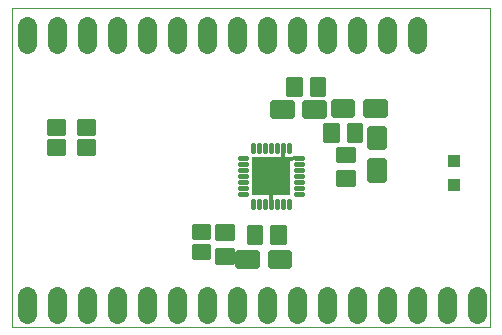
<source format=gts>
G75*
%MOIN*%
%OFA0B0*%
%FSLAX25Y25*%
%IPPOS*%
%LPD*%
%AMOC8*
5,1,8,0,0,1.08239X$1,22.5*
%
%ADD10C,0.00000*%
%ADD11C,0.01655*%
%ADD12C,0.01600*%
%ADD13R,0.13000X0.13000*%
%ADD14R,0.01300X0.03500*%
%ADD15R,0.01400X0.03700*%
%ADD16R,0.03500X0.01300*%
%ADD17C,0.01892*%
%ADD18R,0.04337X0.04337*%
%ADD19C,0.06400*%
D10*
X0001600Y0001600D02*
X0161049Y0001600D01*
X0161049Y0107899D01*
X0001600Y0107899D01*
X0001600Y0001600D01*
D11*
X0066926Y0024822D02*
X0066926Y0028686D01*
X0066926Y0024822D02*
X0062274Y0024822D01*
X0062274Y0028686D01*
X0066926Y0028686D01*
X0066926Y0026476D02*
X0062274Y0026476D01*
X0062274Y0028130D02*
X0066926Y0028130D01*
X0069978Y0027295D02*
X0069978Y0023431D01*
X0069978Y0027295D02*
X0075022Y0027295D01*
X0075022Y0023431D01*
X0069978Y0023431D01*
X0069978Y0025085D02*
X0075022Y0025085D01*
X0075022Y0026739D02*
X0069978Y0026739D01*
X0069978Y0031305D02*
X0069978Y0035169D01*
X0075022Y0035169D01*
X0075022Y0031305D01*
X0069978Y0031305D01*
X0069978Y0032959D02*
X0075022Y0032959D01*
X0075022Y0034613D02*
X0069978Y0034613D01*
X0066926Y0035378D02*
X0066926Y0031514D01*
X0062274Y0031514D01*
X0062274Y0035378D01*
X0066926Y0035378D01*
X0066926Y0033168D02*
X0062274Y0033168D01*
X0062274Y0034822D02*
X0066926Y0034822D01*
X0080531Y0029778D02*
X0084395Y0029778D01*
X0080531Y0029778D02*
X0080531Y0034822D01*
X0084395Y0034822D01*
X0084395Y0029778D01*
X0084395Y0031432D02*
X0080531Y0031432D01*
X0080531Y0033086D02*
X0084395Y0033086D01*
X0084395Y0034740D02*
X0080531Y0034740D01*
X0088405Y0029778D02*
X0092269Y0029778D01*
X0088405Y0029778D02*
X0088405Y0034822D01*
X0092269Y0034822D01*
X0092269Y0029778D01*
X0092269Y0031432D02*
X0088405Y0031432D01*
X0088405Y0033086D02*
X0092269Y0033086D01*
X0092269Y0034740D02*
X0088405Y0034740D01*
X0115422Y0049331D02*
X0115422Y0053195D01*
X0115422Y0049331D02*
X0110378Y0049331D01*
X0110378Y0053195D01*
X0115422Y0053195D01*
X0115422Y0050985D02*
X0110378Y0050985D01*
X0110378Y0052639D02*
X0115422Y0052639D01*
X0115422Y0057205D02*
X0115422Y0061069D01*
X0115422Y0057205D02*
X0110378Y0057205D01*
X0110378Y0061069D01*
X0115422Y0061069D01*
X0115422Y0058859D02*
X0110378Y0058859D01*
X0110378Y0060513D02*
X0115422Y0060513D01*
X0113905Y0063778D02*
X0117769Y0063778D01*
X0113905Y0063778D02*
X0113905Y0068822D01*
X0117769Y0068822D01*
X0117769Y0063778D01*
X0117769Y0065432D02*
X0113905Y0065432D01*
X0113905Y0067086D02*
X0117769Y0067086D01*
X0117769Y0068740D02*
X0113905Y0068740D01*
X0109895Y0063778D02*
X0106031Y0063778D01*
X0106031Y0068822D01*
X0109895Y0068822D01*
X0109895Y0063778D01*
X0109895Y0065432D02*
X0106031Y0065432D01*
X0106031Y0067086D02*
X0109895Y0067086D01*
X0109895Y0068740D02*
X0106031Y0068740D01*
X0105369Y0079378D02*
X0101505Y0079378D01*
X0101505Y0084422D01*
X0105369Y0084422D01*
X0105369Y0079378D01*
X0105369Y0081032D02*
X0101505Y0081032D01*
X0101505Y0082686D02*
X0105369Y0082686D01*
X0105369Y0084340D02*
X0101505Y0084340D01*
X0097495Y0079378D02*
X0093631Y0079378D01*
X0093631Y0084422D01*
X0097495Y0084422D01*
X0097495Y0079378D01*
X0097495Y0081032D02*
X0093631Y0081032D01*
X0093631Y0082686D02*
X0097495Y0082686D01*
X0097495Y0084340D02*
X0093631Y0084340D01*
X0028726Y0070178D02*
X0028726Y0066314D01*
X0024074Y0066314D01*
X0024074Y0070178D01*
X0028726Y0070178D01*
X0028726Y0067968D02*
X0024074Y0067968D01*
X0024074Y0069622D02*
X0028726Y0069622D01*
X0028726Y0063486D02*
X0028726Y0059622D01*
X0024074Y0059622D01*
X0024074Y0063486D01*
X0028726Y0063486D01*
X0028726Y0061276D02*
X0024074Y0061276D01*
X0024074Y0062930D02*
X0028726Y0062930D01*
X0018526Y0063486D02*
X0018526Y0059622D01*
X0013874Y0059622D01*
X0013874Y0063486D01*
X0018526Y0063486D01*
X0018526Y0061276D02*
X0013874Y0061276D01*
X0013874Y0062930D02*
X0018526Y0062930D01*
X0018526Y0066314D02*
X0018526Y0070178D01*
X0018526Y0066314D02*
X0013874Y0066314D01*
X0013874Y0070178D01*
X0018526Y0070178D01*
X0018526Y0067968D02*
X0013874Y0067968D01*
X0013874Y0069622D02*
X0018526Y0069622D01*
D12*
X0077500Y0057906D02*
X0079500Y0057906D01*
X0079500Y0055937D02*
X0077500Y0055937D01*
X0077500Y0053969D02*
X0079500Y0053969D01*
X0079500Y0052000D02*
X0077500Y0052000D01*
X0077500Y0050031D02*
X0079500Y0050031D01*
X0079500Y0048063D02*
X0077500Y0048063D01*
X0077500Y0046094D02*
X0079500Y0046094D01*
X0081994Y0043600D02*
X0081994Y0041600D01*
X0083963Y0041600D02*
X0083963Y0043600D01*
X0085931Y0043600D02*
X0085931Y0041600D01*
X0087900Y0041600D02*
X0087900Y0043600D01*
X0089869Y0043600D02*
X0089869Y0041600D01*
X0091837Y0041600D02*
X0091837Y0043600D01*
X0093806Y0043600D02*
X0093806Y0041600D01*
X0096300Y0046094D02*
X0098300Y0046094D01*
X0098300Y0048063D02*
X0096300Y0048063D01*
X0096300Y0050031D02*
X0098300Y0050031D01*
X0098300Y0052000D02*
X0096300Y0052000D01*
X0096300Y0053969D02*
X0098300Y0053969D01*
X0098300Y0055937D02*
X0096300Y0055937D01*
X0096300Y0057906D02*
X0098300Y0057906D01*
X0093806Y0060400D02*
X0093806Y0062400D01*
X0091837Y0062400D02*
X0091837Y0060400D01*
X0089869Y0060400D02*
X0089869Y0062400D01*
X0087900Y0062400D02*
X0087900Y0060400D01*
X0085931Y0060400D02*
X0085931Y0062400D01*
X0083963Y0062400D02*
X0083963Y0060400D01*
X0081994Y0060400D02*
X0081994Y0062400D01*
D13*
X0087900Y0052000D03*
D14*
X0091850Y0058850D03*
X0091850Y0058850D03*
D15*
X0087900Y0045350D03*
D16*
G36*
X0092399Y0057689D02*
X0095808Y0058477D01*
X0096101Y0057211D01*
X0092692Y0056423D01*
X0092399Y0057689D01*
G37*
D17*
X0094779Y0076407D02*
X0088595Y0076407D01*
X0094779Y0076407D02*
X0094779Y0071993D01*
X0088595Y0071993D01*
X0088595Y0076407D01*
X0088595Y0073884D02*
X0094779Y0073884D01*
X0094779Y0075775D02*
X0088595Y0075775D01*
X0099421Y0076407D02*
X0105605Y0076407D01*
X0105605Y0071993D01*
X0099421Y0071993D01*
X0099421Y0076407D01*
X0099421Y0073884D02*
X0105605Y0073884D01*
X0105605Y0075775D02*
X0099421Y0075775D01*
X0108895Y0076707D02*
X0115079Y0076707D01*
X0115079Y0072293D01*
X0108895Y0072293D01*
X0108895Y0076707D01*
X0108895Y0074184D02*
X0115079Y0074184D01*
X0115079Y0076075D02*
X0108895Y0076075D01*
X0119721Y0076707D02*
X0125905Y0076707D01*
X0125905Y0072293D01*
X0119721Y0072293D01*
X0119721Y0076707D01*
X0119721Y0074184D02*
X0125905Y0074184D01*
X0125905Y0076075D02*
X0119721Y0076075D01*
X0121093Y0067705D02*
X0121093Y0061521D01*
X0121093Y0067705D02*
X0125507Y0067705D01*
X0125507Y0061521D01*
X0121093Y0061521D01*
X0121093Y0063412D02*
X0125507Y0063412D01*
X0125507Y0065303D02*
X0121093Y0065303D01*
X0121093Y0067194D02*
X0125507Y0067194D01*
X0121093Y0056879D02*
X0121093Y0050695D01*
X0121093Y0056879D02*
X0125507Y0056879D01*
X0125507Y0050695D01*
X0121093Y0050695D01*
X0121093Y0052586D02*
X0125507Y0052586D01*
X0125507Y0054477D02*
X0121093Y0054477D01*
X0121093Y0056368D02*
X0125507Y0056368D01*
X0094005Y0026207D02*
X0087821Y0026207D01*
X0094005Y0026207D02*
X0094005Y0021793D01*
X0087821Y0021793D01*
X0087821Y0026207D01*
X0087821Y0023684D02*
X0094005Y0023684D01*
X0094005Y0025575D02*
X0087821Y0025575D01*
X0083179Y0026207D02*
X0076995Y0026207D01*
X0083179Y0026207D02*
X0083179Y0021793D01*
X0076995Y0021793D01*
X0076995Y0026207D01*
X0076995Y0023684D02*
X0083179Y0023684D01*
X0083179Y0025575D02*
X0076995Y0025575D01*
D18*
X0149100Y0048963D03*
X0149100Y0056837D03*
D19*
X0136600Y0096100D02*
X0136600Y0102100D01*
X0126600Y0102100D02*
X0126600Y0096100D01*
X0116600Y0096100D02*
X0116600Y0102100D01*
X0106600Y0102100D02*
X0106600Y0096100D01*
X0096600Y0096100D02*
X0096600Y0102100D01*
X0086600Y0102100D02*
X0086600Y0096100D01*
X0076600Y0096100D02*
X0076600Y0102100D01*
X0066600Y0102100D02*
X0066600Y0096100D01*
X0056600Y0096100D02*
X0056600Y0102100D01*
X0046600Y0102100D02*
X0046600Y0096100D01*
X0036600Y0096100D02*
X0036600Y0102100D01*
X0026600Y0102100D02*
X0026600Y0096100D01*
X0016600Y0096100D02*
X0016600Y0102100D01*
X0006600Y0102100D02*
X0006600Y0096100D01*
X0006600Y0012100D02*
X0006600Y0006100D01*
X0016600Y0006100D02*
X0016600Y0012100D01*
X0026600Y0012100D02*
X0026600Y0006100D01*
X0036600Y0006100D02*
X0036600Y0012100D01*
X0046600Y0012100D02*
X0046600Y0006100D01*
X0056600Y0006100D02*
X0056600Y0012100D01*
X0066600Y0012100D02*
X0066600Y0006100D01*
X0076600Y0006100D02*
X0076600Y0012100D01*
X0086600Y0012100D02*
X0086600Y0006100D01*
X0096600Y0006100D02*
X0096600Y0012100D01*
X0106600Y0012100D02*
X0106600Y0006100D01*
X0116600Y0006100D02*
X0116600Y0012100D01*
X0126600Y0012100D02*
X0126600Y0006100D01*
X0136600Y0006100D02*
X0136600Y0012100D01*
X0146500Y0012100D02*
X0146500Y0006100D01*
X0156500Y0006100D02*
X0156500Y0012100D01*
M02*

</source>
